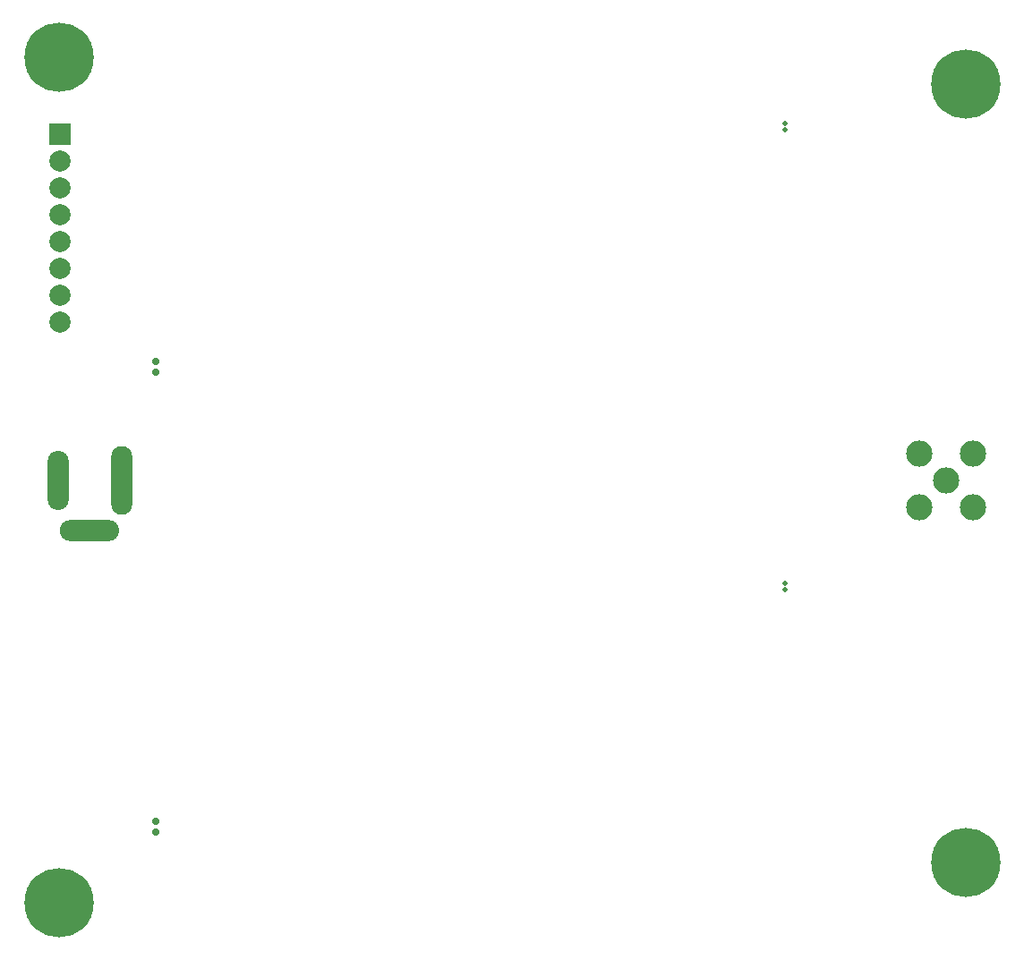
<source format=gbs>
G04*
G04 #@! TF.GenerationSoftware,Altium Limited,Altium Designer,22.5.1 (42)*
G04*
G04 Layer_Color=16711935*
%FSLAX25Y25*%
%MOIN*%
G70*
G04*
G04 #@! TF.SameCoordinates,832724F5-B549-4049-99F2-7D55CE51EEB7*
G04*
G04*
G04 #@! TF.FilePolarity,Negative*
G04*
G01*
G75*
%ADD95C,0.09776*%
%ADD96C,0.25800*%
%ADD97C,0.07887*%
%ADD98R,0.07887X0.07887*%
%ADD99O,0.22060X0.07887*%
%ADD100O,0.07887X0.22060*%
%ADD101O,0.07887X0.25603*%
%ADD127C,0.01968*%
%ADD130C,0.02756*%
D95*
X360394Y167165D02*
D03*
Y187165D02*
D03*
X340394D02*
D03*
Y167165D02*
D03*
X350394Y177165D02*
D03*
D96*
X20000Y335000D02*
D03*
X357520Y35000D02*
D03*
Y325000D02*
D03*
X20000Y20000D02*
D03*
D97*
X20185Y296406D02*
D03*
Y286405D02*
D03*
Y276406D02*
D03*
Y266406D02*
D03*
Y256405D02*
D03*
Y246406D02*
D03*
Y236405D02*
D03*
D98*
Y306405D02*
D03*
D99*
X31496Y158661D02*
D03*
D100*
X19685Y177165D02*
D03*
D101*
X43307D02*
D03*
D127*
X290354Y138976D02*
D03*
Y136614D02*
D03*
X290354Y307874D02*
D03*
Y310236D02*
D03*
D130*
X56102Y46260D02*
D03*
Y50197D02*
D03*
X56103Y221457D02*
D03*
Y217520D02*
D03*
M02*

</source>
